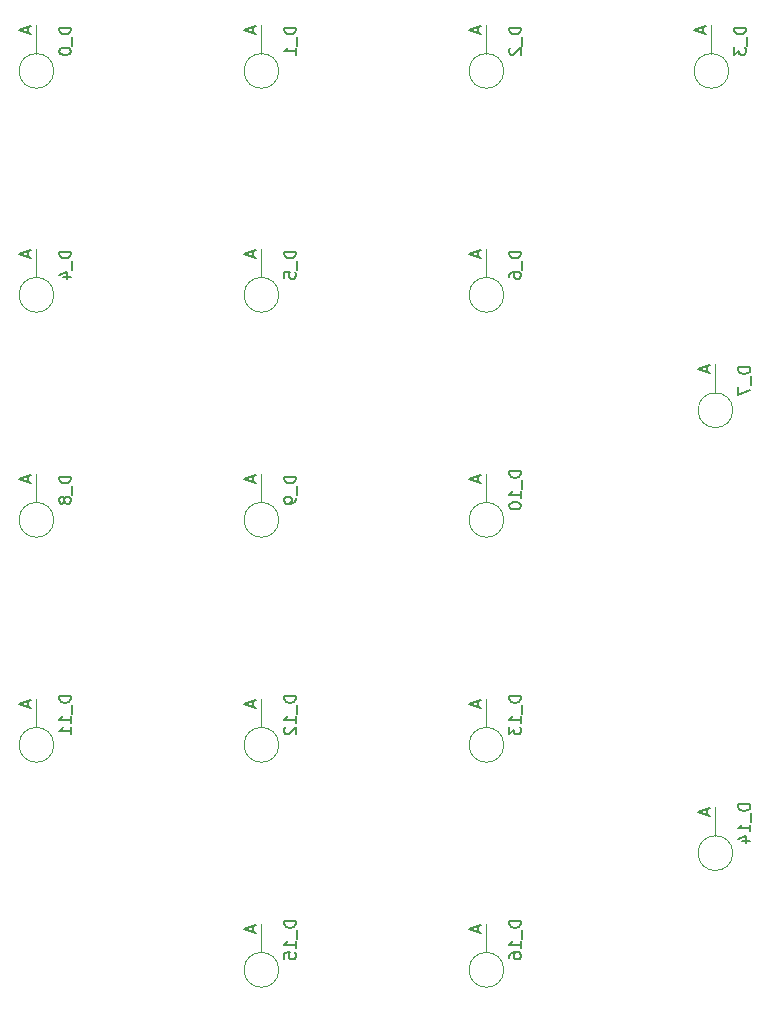
<source format=gbr>
G04 #@! TF.GenerationSoftware,KiCad,Pcbnew,7.0.1*
G04 #@! TF.CreationDate,2023-10-11T20:02:21-04:00*
G04 #@! TF.ProjectId,keyboard,6b657962-6f61-4726-942e-6b696361645f,rev?*
G04 #@! TF.SameCoordinates,Original*
G04 #@! TF.FileFunction,Legend,Bot*
G04 #@! TF.FilePolarity,Positive*
%FSLAX46Y46*%
G04 Gerber Fmt 4.6, Leading zero omitted, Abs format (unit mm)*
G04 Created by KiCad (PCBNEW 7.0.1) date 2023-10-11 20:02:21*
%MOMM*%
%LPD*%
G01*
G04 APERTURE LIST*
%ADD10C,0.150000*%
%ADD11C,0.120000*%
G04 APERTURE END LIST*
D10*
X320982619Y-218974762D02*
X319982619Y-218974762D01*
X319982619Y-218974762D02*
X319982619Y-219212857D01*
X319982619Y-219212857D02*
X320030238Y-219355714D01*
X320030238Y-219355714D02*
X320125476Y-219450952D01*
X320125476Y-219450952D02*
X320220714Y-219498571D01*
X320220714Y-219498571D02*
X320411190Y-219546190D01*
X320411190Y-219546190D02*
X320554047Y-219546190D01*
X320554047Y-219546190D02*
X320744523Y-219498571D01*
X320744523Y-219498571D02*
X320839761Y-219450952D01*
X320839761Y-219450952D02*
X320935000Y-219355714D01*
X320935000Y-219355714D02*
X320982619Y-219212857D01*
X320982619Y-219212857D02*
X320982619Y-218974762D01*
X321077857Y-219736667D02*
X321077857Y-220498571D01*
X320982619Y-221260476D02*
X320982619Y-220689048D01*
X320982619Y-220974762D02*
X319982619Y-220974762D01*
X319982619Y-220974762D02*
X320125476Y-220879524D01*
X320125476Y-220879524D02*
X320220714Y-220784286D01*
X320220714Y-220784286D02*
X320268333Y-220689048D01*
X319982619Y-222117619D02*
X319982619Y-221927143D01*
X319982619Y-221927143D02*
X320030238Y-221831905D01*
X320030238Y-221831905D02*
X320077857Y-221784286D01*
X320077857Y-221784286D02*
X320220714Y-221689048D01*
X320220714Y-221689048D02*
X320411190Y-221641429D01*
X320411190Y-221641429D02*
X320792142Y-221641429D01*
X320792142Y-221641429D02*
X320887380Y-221689048D01*
X320887380Y-221689048D02*
X320935000Y-221736667D01*
X320935000Y-221736667D02*
X320982619Y-221831905D01*
X320982619Y-221831905D02*
X320982619Y-222022381D01*
X320982619Y-222022381D02*
X320935000Y-222117619D01*
X320935000Y-222117619D02*
X320887380Y-222165238D01*
X320887380Y-222165238D02*
X320792142Y-222212857D01*
X320792142Y-222212857D02*
X320554047Y-222212857D01*
X320554047Y-222212857D02*
X320458809Y-222165238D01*
X320458809Y-222165238D02*
X320411190Y-222117619D01*
X320411190Y-222117619D02*
X320363571Y-222022381D01*
X320363571Y-222022381D02*
X320363571Y-221831905D01*
X320363571Y-221831905D02*
X320411190Y-221736667D01*
X320411190Y-221736667D02*
X320458809Y-221689048D01*
X320458809Y-221689048D02*
X320554047Y-221641429D01*
X317326904Y-219391905D02*
X317326904Y-219868095D01*
X317612619Y-219296667D02*
X316612619Y-219630000D01*
X316612619Y-219630000D02*
X317612619Y-219963333D01*
X301932619Y-218974762D02*
X300932619Y-218974762D01*
X300932619Y-218974762D02*
X300932619Y-219212857D01*
X300932619Y-219212857D02*
X300980238Y-219355714D01*
X300980238Y-219355714D02*
X301075476Y-219450952D01*
X301075476Y-219450952D02*
X301170714Y-219498571D01*
X301170714Y-219498571D02*
X301361190Y-219546190D01*
X301361190Y-219546190D02*
X301504047Y-219546190D01*
X301504047Y-219546190D02*
X301694523Y-219498571D01*
X301694523Y-219498571D02*
X301789761Y-219450952D01*
X301789761Y-219450952D02*
X301885000Y-219355714D01*
X301885000Y-219355714D02*
X301932619Y-219212857D01*
X301932619Y-219212857D02*
X301932619Y-218974762D01*
X302027857Y-219736667D02*
X302027857Y-220498571D01*
X301932619Y-221260476D02*
X301932619Y-220689048D01*
X301932619Y-220974762D02*
X300932619Y-220974762D01*
X300932619Y-220974762D02*
X301075476Y-220879524D01*
X301075476Y-220879524D02*
X301170714Y-220784286D01*
X301170714Y-220784286D02*
X301218333Y-220689048D01*
X300932619Y-222165238D02*
X300932619Y-221689048D01*
X300932619Y-221689048D02*
X301408809Y-221641429D01*
X301408809Y-221641429D02*
X301361190Y-221689048D01*
X301361190Y-221689048D02*
X301313571Y-221784286D01*
X301313571Y-221784286D02*
X301313571Y-222022381D01*
X301313571Y-222022381D02*
X301361190Y-222117619D01*
X301361190Y-222117619D02*
X301408809Y-222165238D01*
X301408809Y-222165238D02*
X301504047Y-222212857D01*
X301504047Y-222212857D02*
X301742142Y-222212857D01*
X301742142Y-222212857D02*
X301837380Y-222165238D01*
X301837380Y-222165238D02*
X301885000Y-222117619D01*
X301885000Y-222117619D02*
X301932619Y-222022381D01*
X301932619Y-222022381D02*
X301932619Y-221784286D01*
X301932619Y-221784286D02*
X301885000Y-221689048D01*
X301885000Y-221689048D02*
X301837380Y-221641429D01*
X298276904Y-219391905D02*
X298276904Y-219868095D01*
X298562619Y-219296667D02*
X297562619Y-219630000D01*
X297562619Y-219630000D02*
X298562619Y-219963333D01*
X340372619Y-209094762D02*
X339372619Y-209094762D01*
X339372619Y-209094762D02*
X339372619Y-209332857D01*
X339372619Y-209332857D02*
X339420238Y-209475714D01*
X339420238Y-209475714D02*
X339515476Y-209570952D01*
X339515476Y-209570952D02*
X339610714Y-209618571D01*
X339610714Y-209618571D02*
X339801190Y-209666190D01*
X339801190Y-209666190D02*
X339944047Y-209666190D01*
X339944047Y-209666190D02*
X340134523Y-209618571D01*
X340134523Y-209618571D02*
X340229761Y-209570952D01*
X340229761Y-209570952D02*
X340325000Y-209475714D01*
X340325000Y-209475714D02*
X340372619Y-209332857D01*
X340372619Y-209332857D02*
X340372619Y-209094762D01*
X340467857Y-209856667D02*
X340467857Y-210618571D01*
X340372619Y-211380476D02*
X340372619Y-210809048D01*
X340372619Y-211094762D02*
X339372619Y-211094762D01*
X339372619Y-211094762D02*
X339515476Y-210999524D01*
X339515476Y-210999524D02*
X339610714Y-210904286D01*
X339610714Y-210904286D02*
X339658333Y-210809048D01*
X339705952Y-212237619D02*
X340372619Y-212237619D01*
X339325000Y-211999524D02*
X340039285Y-211761429D01*
X340039285Y-211761429D02*
X340039285Y-212380476D01*
X336716904Y-209511905D02*
X336716904Y-209988095D01*
X337002619Y-209416667D02*
X336002619Y-209750000D01*
X336002619Y-209750000D02*
X337002619Y-210083333D01*
X320982619Y-199924762D02*
X319982619Y-199924762D01*
X319982619Y-199924762D02*
X319982619Y-200162857D01*
X319982619Y-200162857D02*
X320030238Y-200305714D01*
X320030238Y-200305714D02*
X320125476Y-200400952D01*
X320125476Y-200400952D02*
X320220714Y-200448571D01*
X320220714Y-200448571D02*
X320411190Y-200496190D01*
X320411190Y-200496190D02*
X320554047Y-200496190D01*
X320554047Y-200496190D02*
X320744523Y-200448571D01*
X320744523Y-200448571D02*
X320839761Y-200400952D01*
X320839761Y-200400952D02*
X320935000Y-200305714D01*
X320935000Y-200305714D02*
X320982619Y-200162857D01*
X320982619Y-200162857D02*
X320982619Y-199924762D01*
X321077857Y-200686667D02*
X321077857Y-201448571D01*
X320982619Y-202210476D02*
X320982619Y-201639048D01*
X320982619Y-201924762D02*
X319982619Y-201924762D01*
X319982619Y-201924762D02*
X320125476Y-201829524D01*
X320125476Y-201829524D02*
X320220714Y-201734286D01*
X320220714Y-201734286D02*
X320268333Y-201639048D01*
X319982619Y-202543810D02*
X319982619Y-203162857D01*
X319982619Y-203162857D02*
X320363571Y-202829524D01*
X320363571Y-202829524D02*
X320363571Y-202972381D01*
X320363571Y-202972381D02*
X320411190Y-203067619D01*
X320411190Y-203067619D02*
X320458809Y-203115238D01*
X320458809Y-203115238D02*
X320554047Y-203162857D01*
X320554047Y-203162857D02*
X320792142Y-203162857D01*
X320792142Y-203162857D02*
X320887380Y-203115238D01*
X320887380Y-203115238D02*
X320935000Y-203067619D01*
X320935000Y-203067619D02*
X320982619Y-202972381D01*
X320982619Y-202972381D02*
X320982619Y-202686667D01*
X320982619Y-202686667D02*
X320935000Y-202591429D01*
X320935000Y-202591429D02*
X320887380Y-202543810D01*
X317326904Y-200341905D02*
X317326904Y-200818095D01*
X317612619Y-200246667D02*
X316612619Y-200580000D01*
X316612619Y-200580000D02*
X317612619Y-200913333D01*
X301932619Y-199924762D02*
X300932619Y-199924762D01*
X300932619Y-199924762D02*
X300932619Y-200162857D01*
X300932619Y-200162857D02*
X300980238Y-200305714D01*
X300980238Y-200305714D02*
X301075476Y-200400952D01*
X301075476Y-200400952D02*
X301170714Y-200448571D01*
X301170714Y-200448571D02*
X301361190Y-200496190D01*
X301361190Y-200496190D02*
X301504047Y-200496190D01*
X301504047Y-200496190D02*
X301694523Y-200448571D01*
X301694523Y-200448571D02*
X301789761Y-200400952D01*
X301789761Y-200400952D02*
X301885000Y-200305714D01*
X301885000Y-200305714D02*
X301932619Y-200162857D01*
X301932619Y-200162857D02*
X301932619Y-199924762D01*
X302027857Y-200686667D02*
X302027857Y-201448571D01*
X301932619Y-202210476D02*
X301932619Y-201639048D01*
X301932619Y-201924762D02*
X300932619Y-201924762D01*
X300932619Y-201924762D02*
X301075476Y-201829524D01*
X301075476Y-201829524D02*
X301170714Y-201734286D01*
X301170714Y-201734286D02*
X301218333Y-201639048D01*
X301027857Y-202591429D02*
X300980238Y-202639048D01*
X300980238Y-202639048D02*
X300932619Y-202734286D01*
X300932619Y-202734286D02*
X300932619Y-202972381D01*
X300932619Y-202972381D02*
X300980238Y-203067619D01*
X300980238Y-203067619D02*
X301027857Y-203115238D01*
X301027857Y-203115238D02*
X301123095Y-203162857D01*
X301123095Y-203162857D02*
X301218333Y-203162857D01*
X301218333Y-203162857D02*
X301361190Y-203115238D01*
X301361190Y-203115238D02*
X301932619Y-202543810D01*
X301932619Y-202543810D02*
X301932619Y-203162857D01*
X298276904Y-200341905D02*
X298276904Y-200818095D01*
X298562619Y-200246667D02*
X297562619Y-200580000D01*
X297562619Y-200580000D02*
X298562619Y-200913333D01*
X282882619Y-199924762D02*
X281882619Y-199924762D01*
X281882619Y-199924762D02*
X281882619Y-200162857D01*
X281882619Y-200162857D02*
X281930238Y-200305714D01*
X281930238Y-200305714D02*
X282025476Y-200400952D01*
X282025476Y-200400952D02*
X282120714Y-200448571D01*
X282120714Y-200448571D02*
X282311190Y-200496190D01*
X282311190Y-200496190D02*
X282454047Y-200496190D01*
X282454047Y-200496190D02*
X282644523Y-200448571D01*
X282644523Y-200448571D02*
X282739761Y-200400952D01*
X282739761Y-200400952D02*
X282835000Y-200305714D01*
X282835000Y-200305714D02*
X282882619Y-200162857D01*
X282882619Y-200162857D02*
X282882619Y-199924762D01*
X282977857Y-200686667D02*
X282977857Y-201448571D01*
X282882619Y-202210476D02*
X282882619Y-201639048D01*
X282882619Y-201924762D02*
X281882619Y-201924762D01*
X281882619Y-201924762D02*
X282025476Y-201829524D01*
X282025476Y-201829524D02*
X282120714Y-201734286D01*
X282120714Y-201734286D02*
X282168333Y-201639048D01*
X282882619Y-203162857D02*
X282882619Y-202591429D01*
X282882619Y-202877143D02*
X281882619Y-202877143D01*
X281882619Y-202877143D02*
X282025476Y-202781905D01*
X282025476Y-202781905D02*
X282120714Y-202686667D01*
X282120714Y-202686667D02*
X282168333Y-202591429D01*
X279226904Y-200341905D02*
X279226904Y-200818095D01*
X279512619Y-200246667D02*
X278512619Y-200580000D01*
X278512619Y-200580000D02*
X279512619Y-200913333D01*
X320982619Y-180874762D02*
X319982619Y-180874762D01*
X319982619Y-180874762D02*
X319982619Y-181112857D01*
X319982619Y-181112857D02*
X320030238Y-181255714D01*
X320030238Y-181255714D02*
X320125476Y-181350952D01*
X320125476Y-181350952D02*
X320220714Y-181398571D01*
X320220714Y-181398571D02*
X320411190Y-181446190D01*
X320411190Y-181446190D02*
X320554047Y-181446190D01*
X320554047Y-181446190D02*
X320744523Y-181398571D01*
X320744523Y-181398571D02*
X320839761Y-181350952D01*
X320839761Y-181350952D02*
X320935000Y-181255714D01*
X320935000Y-181255714D02*
X320982619Y-181112857D01*
X320982619Y-181112857D02*
X320982619Y-180874762D01*
X321077857Y-181636667D02*
X321077857Y-182398571D01*
X320982619Y-183160476D02*
X320982619Y-182589048D01*
X320982619Y-182874762D02*
X319982619Y-182874762D01*
X319982619Y-182874762D02*
X320125476Y-182779524D01*
X320125476Y-182779524D02*
X320220714Y-182684286D01*
X320220714Y-182684286D02*
X320268333Y-182589048D01*
X319982619Y-183779524D02*
X319982619Y-183874762D01*
X319982619Y-183874762D02*
X320030238Y-183970000D01*
X320030238Y-183970000D02*
X320077857Y-184017619D01*
X320077857Y-184017619D02*
X320173095Y-184065238D01*
X320173095Y-184065238D02*
X320363571Y-184112857D01*
X320363571Y-184112857D02*
X320601666Y-184112857D01*
X320601666Y-184112857D02*
X320792142Y-184065238D01*
X320792142Y-184065238D02*
X320887380Y-184017619D01*
X320887380Y-184017619D02*
X320935000Y-183970000D01*
X320935000Y-183970000D02*
X320982619Y-183874762D01*
X320982619Y-183874762D02*
X320982619Y-183779524D01*
X320982619Y-183779524D02*
X320935000Y-183684286D01*
X320935000Y-183684286D02*
X320887380Y-183636667D01*
X320887380Y-183636667D02*
X320792142Y-183589048D01*
X320792142Y-183589048D02*
X320601666Y-183541429D01*
X320601666Y-183541429D02*
X320363571Y-183541429D01*
X320363571Y-183541429D02*
X320173095Y-183589048D01*
X320173095Y-183589048D02*
X320077857Y-183636667D01*
X320077857Y-183636667D02*
X320030238Y-183684286D01*
X320030238Y-183684286D02*
X319982619Y-183779524D01*
X317326904Y-181291905D02*
X317326904Y-181768095D01*
X317612619Y-181196667D02*
X316612619Y-181530000D01*
X316612619Y-181530000D02*
X317612619Y-181863333D01*
X301932619Y-181350952D02*
X300932619Y-181350952D01*
X300932619Y-181350952D02*
X300932619Y-181589047D01*
X300932619Y-181589047D02*
X300980238Y-181731904D01*
X300980238Y-181731904D02*
X301075476Y-181827142D01*
X301075476Y-181827142D02*
X301170714Y-181874761D01*
X301170714Y-181874761D02*
X301361190Y-181922380D01*
X301361190Y-181922380D02*
X301504047Y-181922380D01*
X301504047Y-181922380D02*
X301694523Y-181874761D01*
X301694523Y-181874761D02*
X301789761Y-181827142D01*
X301789761Y-181827142D02*
X301885000Y-181731904D01*
X301885000Y-181731904D02*
X301932619Y-181589047D01*
X301932619Y-181589047D02*
X301932619Y-181350952D01*
X302027857Y-182112857D02*
X302027857Y-182874761D01*
X301932619Y-183160476D02*
X301932619Y-183350952D01*
X301932619Y-183350952D02*
X301885000Y-183446190D01*
X301885000Y-183446190D02*
X301837380Y-183493809D01*
X301837380Y-183493809D02*
X301694523Y-183589047D01*
X301694523Y-183589047D02*
X301504047Y-183636666D01*
X301504047Y-183636666D02*
X301123095Y-183636666D01*
X301123095Y-183636666D02*
X301027857Y-183589047D01*
X301027857Y-183589047D02*
X300980238Y-183541428D01*
X300980238Y-183541428D02*
X300932619Y-183446190D01*
X300932619Y-183446190D02*
X300932619Y-183255714D01*
X300932619Y-183255714D02*
X300980238Y-183160476D01*
X300980238Y-183160476D02*
X301027857Y-183112857D01*
X301027857Y-183112857D02*
X301123095Y-183065238D01*
X301123095Y-183065238D02*
X301361190Y-183065238D01*
X301361190Y-183065238D02*
X301456428Y-183112857D01*
X301456428Y-183112857D02*
X301504047Y-183160476D01*
X301504047Y-183160476D02*
X301551666Y-183255714D01*
X301551666Y-183255714D02*
X301551666Y-183446190D01*
X301551666Y-183446190D02*
X301504047Y-183541428D01*
X301504047Y-183541428D02*
X301456428Y-183589047D01*
X301456428Y-183589047D02*
X301361190Y-183636666D01*
X298276904Y-181291905D02*
X298276904Y-181768095D01*
X298562619Y-181196667D02*
X297562619Y-181530000D01*
X297562619Y-181530000D02*
X298562619Y-181863333D01*
X282882619Y-181350952D02*
X281882619Y-181350952D01*
X281882619Y-181350952D02*
X281882619Y-181589047D01*
X281882619Y-181589047D02*
X281930238Y-181731904D01*
X281930238Y-181731904D02*
X282025476Y-181827142D01*
X282025476Y-181827142D02*
X282120714Y-181874761D01*
X282120714Y-181874761D02*
X282311190Y-181922380D01*
X282311190Y-181922380D02*
X282454047Y-181922380D01*
X282454047Y-181922380D02*
X282644523Y-181874761D01*
X282644523Y-181874761D02*
X282739761Y-181827142D01*
X282739761Y-181827142D02*
X282835000Y-181731904D01*
X282835000Y-181731904D02*
X282882619Y-181589047D01*
X282882619Y-181589047D02*
X282882619Y-181350952D01*
X282977857Y-182112857D02*
X282977857Y-182874761D01*
X282311190Y-183255714D02*
X282263571Y-183160476D01*
X282263571Y-183160476D02*
X282215952Y-183112857D01*
X282215952Y-183112857D02*
X282120714Y-183065238D01*
X282120714Y-183065238D02*
X282073095Y-183065238D01*
X282073095Y-183065238D02*
X281977857Y-183112857D01*
X281977857Y-183112857D02*
X281930238Y-183160476D01*
X281930238Y-183160476D02*
X281882619Y-183255714D01*
X281882619Y-183255714D02*
X281882619Y-183446190D01*
X281882619Y-183446190D02*
X281930238Y-183541428D01*
X281930238Y-183541428D02*
X281977857Y-183589047D01*
X281977857Y-183589047D02*
X282073095Y-183636666D01*
X282073095Y-183636666D02*
X282120714Y-183636666D01*
X282120714Y-183636666D02*
X282215952Y-183589047D01*
X282215952Y-183589047D02*
X282263571Y-183541428D01*
X282263571Y-183541428D02*
X282311190Y-183446190D01*
X282311190Y-183446190D02*
X282311190Y-183255714D01*
X282311190Y-183255714D02*
X282358809Y-183160476D01*
X282358809Y-183160476D02*
X282406428Y-183112857D01*
X282406428Y-183112857D02*
X282501666Y-183065238D01*
X282501666Y-183065238D02*
X282692142Y-183065238D01*
X282692142Y-183065238D02*
X282787380Y-183112857D01*
X282787380Y-183112857D02*
X282835000Y-183160476D01*
X282835000Y-183160476D02*
X282882619Y-183255714D01*
X282882619Y-183255714D02*
X282882619Y-183446190D01*
X282882619Y-183446190D02*
X282835000Y-183541428D01*
X282835000Y-183541428D02*
X282787380Y-183589047D01*
X282787380Y-183589047D02*
X282692142Y-183636666D01*
X282692142Y-183636666D02*
X282501666Y-183636666D01*
X282501666Y-183636666D02*
X282406428Y-183589047D01*
X282406428Y-183589047D02*
X282358809Y-183541428D01*
X282358809Y-183541428D02*
X282311190Y-183446190D01*
X279226904Y-181291905D02*
X279226904Y-181768095D01*
X279512619Y-181196667D02*
X278512619Y-181530000D01*
X278512619Y-181530000D02*
X279512619Y-181863333D01*
X340372619Y-172070952D02*
X339372619Y-172070952D01*
X339372619Y-172070952D02*
X339372619Y-172309047D01*
X339372619Y-172309047D02*
X339420238Y-172451904D01*
X339420238Y-172451904D02*
X339515476Y-172547142D01*
X339515476Y-172547142D02*
X339610714Y-172594761D01*
X339610714Y-172594761D02*
X339801190Y-172642380D01*
X339801190Y-172642380D02*
X339944047Y-172642380D01*
X339944047Y-172642380D02*
X340134523Y-172594761D01*
X340134523Y-172594761D02*
X340229761Y-172547142D01*
X340229761Y-172547142D02*
X340325000Y-172451904D01*
X340325000Y-172451904D02*
X340372619Y-172309047D01*
X340372619Y-172309047D02*
X340372619Y-172070952D01*
X340467857Y-172832857D02*
X340467857Y-173594761D01*
X339372619Y-173737619D02*
X339372619Y-174404285D01*
X339372619Y-174404285D02*
X340372619Y-173975714D01*
X336716904Y-172011905D02*
X336716904Y-172488095D01*
X337002619Y-171916667D02*
X336002619Y-172250000D01*
X336002619Y-172250000D02*
X337002619Y-172583333D01*
X320982619Y-162300952D02*
X319982619Y-162300952D01*
X319982619Y-162300952D02*
X319982619Y-162539047D01*
X319982619Y-162539047D02*
X320030238Y-162681904D01*
X320030238Y-162681904D02*
X320125476Y-162777142D01*
X320125476Y-162777142D02*
X320220714Y-162824761D01*
X320220714Y-162824761D02*
X320411190Y-162872380D01*
X320411190Y-162872380D02*
X320554047Y-162872380D01*
X320554047Y-162872380D02*
X320744523Y-162824761D01*
X320744523Y-162824761D02*
X320839761Y-162777142D01*
X320839761Y-162777142D02*
X320935000Y-162681904D01*
X320935000Y-162681904D02*
X320982619Y-162539047D01*
X320982619Y-162539047D02*
X320982619Y-162300952D01*
X321077857Y-163062857D02*
X321077857Y-163824761D01*
X319982619Y-164491428D02*
X319982619Y-164300952D01*
X319982619Y-164300952D02*
X320030238Y-164205714D01*
X320030238Y-164205714D02*
X320077857Y-164158095D01*
X320077857Y-164158095D02*
X320220714Y-164062857D01*
X320220714Y-164062857D02*
X320411190Y-164015238D01*
X320411190Y-164015238D02*
X320792142Y-164015238D01*
X320792142Y-164015238D02*
X320887380Y-164062857D01*
X320887380Y-164062857D02*
X320935000Y-164110476D01*
X320935000Y-164110476D02*
X320982619Y-164205714D01*
X320982619Y-164205714D02*
X320982619Y-164396190D01*
X320982619Y-164396190D02*
X320935000Y-164491428D01*
X320935000Y-164491428D02*
X320887380Y-164539047D01*
X320887380Y-164539047D02*
X320792142Y-164586666D01*
X320792142Y-164586666D02*
X320554047Y-164586666D01*
X320554047Y-164586666D02*
X320458809Y-164539047D01*
X320458809Y-164539047D02*
X320411190Y-164491428D01*
X320411190Y-164491428D02*
X320363571Y-164396190D01*
X320363571Y-164396190D02*
X320363571Y-164205714D01*
X320363571Y-164205714D02*
X320411190Y-164110476D01*
X320411190Y-164110476D02*
X320458809Y-164062857D01*
X320458809Y-164062857D02*
X320554047Y-164015238D01*
X317326904Y-162241905D02*
X317326904Y-162718095D01*
X317612619Y-162146667D02*
X316612619Y-162480000D01*
X316612619Y-162480000D02*
X317612619Y-162813333D01*
X301932619Y-162300952D02*
X300932619Y-162300952D01*
X300932619Y-162300952D02*
X300932619Y-162539047D01*
X300932619Y-162539047D02*
X300980238Y-162681904D01*
X300980238Y-162681904D02*
X301075476Y-162777142D01*
X301075476Y-162777142D02*
X301170714Y-162824761D01*
X301170714Y-162824761D02*
X301361190Y-162872380D01*
X301361190Y-162872380D02*
X301504047Y-162872380D01*
X301504047Y-162872380D02*
X301694523Y-162824761D01*
X301694523Y-162824761D02*
X301789761Y-162777142D01*
X301789761Y-162777142D02*
X301885000Y-162681904D01*
X301885000Y-162681904D02*
X301932619Y-162539047D01*
X301932619Y-162539047D02*
X301932619Y-162300952D01*
X302027857Y-163062857D02*
X302027857Y-163824761D01*
X300932619Y-164539047D02*
X300932619Y-164062857D01*
X300932619Y-164062857D02*
X301408809Y-164015238D01*
X301408809Y-164015238D02*
X301361190Y-164062857D01*
X301361190Y-164062857D02*
X301313571Y-164158095D01*
X301313571Y-164158095D02*
X301313571Y-164396190D01*
X301313571Y-164396190D02*
X301361190Y-164491428D01*
X301361190Y-164491428D02*
X301408809Y-164539047D01*
X301408809Y-164539047D02*
X301504047Y-164586666D01*
X301504047Y-164586666D02*
X301742142Y-164586666D01*
X301742142Y-164586666D02*
X301837380Y-164539047D01*
X301837380Y-164539047D02*
X301885000Y-164491428D01*
X301885000Y-164491428D02*
X301932619Y-164396190D01*
X301932619Y-164396190D02*
X301932619Y-164158095D01*
X301932619Y-164158095D02*
X301885000Y-164062857D01*
X301885000Y-164062857D02*
X301837380Y-164015238D01*
X298276904Y-162241905D02*
X298276904Y-162718095D01*
X298562619Y-162146667D02*
X297562619Y-162480000D01*
X297562619Y-162480000D02*
X298562619Y-162813333D01*
X282882619Y-162300952D02*
X281882619Y-162300952D01*
X281882619Y-162300952D02*
X281882619Y-162539047D01*
X281882619Y-162539047D02*
X281930238Y-162681904D01*
X281930238Y-162681904D02*
X282025476Y-162777142D01*
X282025476Y-162777142D02*
X282120714Y-162824761D01*
X282120714Y-162824761D02*
X282311190Y-162872380D01*
X282311190Y-162872380D02*
X282454047Y-162872380D01*
X282454047Y-162872380D02*
X282644523Y-162824761D01*
X282644523Y-162824761D02*
X282739761Y-162777142D01*
X282739761Y-162777142D02*
X282835000Y-162681904D01*
X282835000Y-162681904D02*
X282882619Y-162539047D01*
X282882619Y-162539047D02*
X282882619Y-162300952D01*
X282977857Y-163062857D02*
X282977857Y-163824761D01*
X282215952Y-164491428D02*
X282882619Y-164491428D01*
X281835000Y-164253333D02*
X282549285Y-164015238D01*
X282549285Y-164015238D02*
X282549285Y-164634285D01*
X279226904Y-162241905D02*
X279226904Y-162718095D01*
X279512619Y-162146667D02*
X278512619Y-162480000D01*
X278512619Y-162480000D02*
X279512619Y-162813333D01*
X340032619Y-143345952D02*
X339032619Y-143345952D01*
X339032619Y-143345952D02*
X339032619Y-143584047D01*
X339032619Y-143584047D02*
X339080238Y-143726904D01*
X339080238Y-143726904D02*
X339175476Y-143822142D01*
X339175476Y-143822142D02*
X339270714Y-143869761D01*
X339270714Y-143869761D02*
X339461190Y-143917380D01*
X339461190Y-143917380D02*
X339604047Y-143917380D01*
X339604047Y-143917380D02*
X339794523Y-143869761D01*
X339794523Y-143869761D02*
X339889761Y-143822142D01*
X339889761Y-143822142D02*
X339985000Y-143726904D01*
X339985000Y-143726904D02*
X340032619Y-143584047D01*
X340032619Y-143584047D02*
X340032619Y-143345952D01*
X340127857Y-144107857D02*
X340127857Y-144869761D01*
X339032619Y-145012619D02*
X339032619Y-145631666D01*
X339032619Y-145631666D02*
X339413571Y-145298333D01*
X339413571Y-145298333D02*
X339413571Y-145441190D01*
X339413571Y-145441190D02*
X339461190Y-145536428D01*
X339461190Y-145536428D02*
X339508809Y-145584047D01*
X339508809Y-145584047D02*
X339604047Y-145631666D01*
X339604047Y-145631666D02*
X339842142Y-145631666D01*
X339842142Y-145631666D02*
X339937380Y-145584047D01*
X339937380Y-145584047D02*
X339985000Y-145536428D01*
X339985000Y-145536428D02*
X340032619Y-145441190D01*
X340032619Y-145441190D02*
X340032619Y-145155476D01*
X340032619Y-145155476D02*
X339985000Y-145060238D01*
X339985000Y-145060238D02*
X339937380Y-145012619D01*
X336376904Y-143286905D02*
X336376904Y-143763095D01*
X336662619Y-143191667D02*
X335662619Y-143525000D01*
X335662619Y-143525000D02*
X336662619Y-143858333D01*
X320982619Y-143340952D02*
X319982619Y-143340952D01*
X319982619Y-143340952D02*
X319982619Y-143579047D01*
X319982619Y-143579047D02*
X320030238Y-143721904D01*
X320030238Y-143721904D02*
X320125476Y-143817142D01*
X320125476Y-143817142D02*
X320220714Y-143864761D01*
X320220714Y-143864761D02*
X320411190Y-143912380D01*
X320411190Y-143912380D02*
X320554047Y-143912380D01*
X320554047Y-143912380D02*
X320744523Y-143864761D01*
X320744523Y-143864761D02*
X320839761Y-143817142D01*
X320839761Y-143817142D02*
X320935000Y-143721904D01*
X320935000Y-143721904D02*
X320982619Y-143579047D01*
X320982619Y-143579047D02*
X320982619Y-143340952D01*
X321077857Y-144102857D02*
X321077857Y-144864761D01*
X320077857Y-145055238D02*
X320030238Y-145102857D01*
X320030238Y-145102857D02*
X319982619Y-145198095D01*
X319982619Y-145198095D02*
X319982619Y-145436190D01*
X319982619Y-145436190D02*
X320030238Y-145531428D01*
X320030238Y-145531428D02*
X320077857Y-145579047D01*
X320077857Y-145579047D02*
X320173095Y-145626666D01*
X320173095Y-145626666D02*
X320268333Y-145626666D01*
X320268333Y-145626666D02*
X320411190Y-145579047D01*
X320411190Y-145579047D02*
X320982619Y-145007619D01*
X320982619Y-145007619D02*
X320982619Y-145626666D01*
X317326904Y-143281905D02*
X317326904Y-143758095D01*
X317612619Y-143186667D02*
X316612619Y-143520000D01*
X316612619Y-143520000D02*
X317612619Y-143853333D01*
X301932619Y-143340952D02*
X300932619Y-143340952D01*
X300932619Y-143340952D02*
X300932619Y-143579047D01*
X300932619Y-143579047D02*
X300980238Y-143721904D01*
X300980238Y-143721904D02*
X301075476Y-143817142D01*
X301075476Y-143817142D02*
X301170714Y-143864761D01*
X301170714Y-143864761D02*
X301361190Y-143912380D01*
X301361190Y-143912380D02*
X301504047Y-143912380D01*
X301504047Y-143912380D02*
X301694523Y-143864761D01*
X301694523Y-143864761D02*
X301789761Y-143817142D01*
X301789761Y-143817142D02*
X301885000Y-143721904D01*
X301885000Y-143721904D02*
X301932619Y-143579047D01*
X301932619Y-143579047D02*
X301932619Y-143340952D01*
X302027857Y-144102857D02*
X302027857Y-144864761D01*
X301932619Y-145626666D02*
X301932619Y-145055238D01*
X301932619Y-145340952D02*
X300932619Y-145340952D01*
X300932619Y-145340952D02*
X301075476Y-145245714D01*
X301075476Y-145245714D02*
X301170714Y-145150476D01*
X301170714Y-145150476D02*
X301218333Y-145055238D01*
X298276904Y-143281905D02*
X298276904Y-143758095D01*
X298562619Y-143186667D02*
X297562619Y-143520000D01*
X297562619Y-143520000D02*
X298562619Y-143853333D01*
X282882619Y-143340952D02*
X281882619Y-143340952D01*
X281882619Y-143340952D02*
X281882619Y-143579047D01*
X281882619Y-143579047D02*
X281930238Y-143721904D01*
X281930238Y-143721904D02*
X282025476Y-143817142D01*
X282025476Y-143817142D02*
X282120714Y-143864761D01*
X282120714Y-143864761D02*
X282311190Y-143912380D01*
X282311190Y-143912380D02*
X282454047Y-143912380D01*
X282454047Y-143912380D02*
X282644523Y-143864761D01*
X282644523Y-143864761D02*
X282739761Y-143817142D01*
X282739761Y-143817142D02*
X282835000Y-143721904D01*
X282835000Y-143721904D02*
X282882619Y-143579047D01*
X282882619Y-143579047D02*
X282882619Y-143340952D01*
X282977857Y-144102857D02*
X282977857Y-144864761D01*
X281882619Y-145293333D02*
X281882619Y-145388571D01*
X281882619Y-145388571D02*
X281930238Y-145483809D01*
X281930238Y-145483809D02*
X281977857Y-145531428D01*
X281977857Y-145531428D02*
X282073095Y-145579047D01*
X282073095Y-145579047D02*
X282263571Y-145626666D01*
X282263571Y-145626666D02*
X282501666Y-145626666D01*
X282501666Y-145626666D02*
X282692142Y-145579047D01*
X282692142Y-145579047D02*
X282787380Y-145531428D01*
X282787380Y-145531428D02*
X282835000Y-145483809D01*
X282835000Y-145483809D02*
X282882619Y-145388571D01*
X282882619Y-145388571D02*
X282882619Y-145293333D01*
X282882619Y-145293333D02*
X282835000Y-145198095D01*
X282835000Y-145198095D02*
X282787380Y-145150476D01*
X282787380Y-145150476D02*
X282692142Y-145102857D01*
X282692142Y-145102857D02*
X282501666Y-145055238D01*
X282501666Y-145055238D02*
X282263571Y-145055238D01*
X282263571Y-145055238D02*
X282073095Y-145102857D01*
X282073095Y-145102857D02*
X281977857Y-145150476D01*
X281977857Y-145150476D02*
X281930238Y-145198095D01*
X281930238Y-145198095D02*
X281882619Y-145293333D01*
X279226904Y-143281905D02*
X279226904Y-143758095D01*
X279512619Y-143186667D02*
X278512619Y-143520000D01*
X278512619Y-143520000D02*
X279512619Y-143853333D01*
D11*
X318050000Y-221640000D02*
X318050000Y-219230000D01*
X319520000Y-223110000D02*
G75*
G03*
X319520000Y-223110000I-1470000J0D01*
G01*
X299000000Y-221640000D02*
X299000000Y-219230000D01*
X300470000Y-223110000D02*
G75*
G03*
X300470000Y-223110000I-1470000J0D01*
G01*
X337440000Y-211760000D02*
X337440000Y-209350000D01*
X338910000Y-213230000D02*
G75*
G03*
X338910000Y-213230000I-1470000J0D01*
G01*
X318050000Y-202590000D02*
X318050000Y-200180000D01*
X319520000Y-204060000D02*
G75*
G03*
X319520000Y-204060000I-1470000J0D01*
G01*
X299000000Y-202590000D02*
X299000000Y-200180000D01*
X300470000Y-204060000D02*
G75*
G03*
X300470000Y-204060000I-1470000J0D01*
G01*
X279950000Y-202590000D02*
X279950000Y-200180000D01*
X281420000Y-204060000D02*
G75*
G03*
X281420000Y-204060000I-1470000J0D01*
G01*
X318050000Y-183540000D02*
X318050000Y-181130000D01*
X319520000Y-185010000D02*
G75*
G03*
X319520000Y-185010000I-1470000J0D01*
G01*
X299000000Y-183540000D02*
X299000000Y-181130000D01*
X300470000Y-185010000D02*
G75*
G03*
X300470000Y-185010000I-1470000J0D01*
G01*
X279950000Y-183540000D02*
X279950000Y-181130000D01*
X281420000Y-185010000D02*
G75*
G03*
X281420000Y-185010000I-1470000J0D01*
G01*
X337440000Y-174260000D02*
X337440000Y-171850000D01*
X338910000Y-175730000D02*
G75*
G03*
X338910000Y-175730000I-1470000J0D01*
G01*
X318050000Y-164490000D02*
X318050000Y-162080000D01*
X319520000Y-165960000D02*
G75*
G03*
X319520000Y-165960000I-1470000J0D01*
G01*
X299000000Y-164490000D02*
X299000000Y-162080000D01*
X300470000Y-165960000D02*
G75*
G03*
X300470000Y-165960000I-1470000J0D01*
G01*
X279950000Y-164490000D02*
X279950000Y-162080000D01*
X281420000Y-165960000D02*
G75*
G03*
X281420000Y-165960000I-1470000J0D01*
G01*
X337100000Y-145535000D02*
X337100000Y-143125000D01*
X338570000Y-147005000D02*
G75*
G03*
X338570000Y-147005000I-1470000J0D01*
G01*
X318050000Y-145530000D02*
X318050000Y-143120000D01*
X319520000Y-147000000D02*
G75*
G03*
X319520000Y-147000000I-1470000J0D01*
G01*
X299000000Y-145530000D02*
X299000000Y-143120000D01*
X300470000Y-147000000D02*
G75*
G03*
X300470000Y-147000000I-1470000J0D01*
G01*
X279950000Y-145530000D02*
X279950000Y-143120000D01*
X281420000Y-147000000D02*
G75*
G03*
X281420000Y-147000000I-1470000J0D01*
G01*
M02*

</source>
